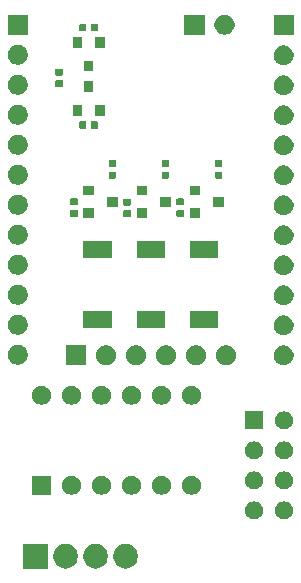
<source format=gbr>
G04 #@! TF.GenerationSoftware,KiCad,Pcbnew,(5.1.5)-3*
G04 #@! TF.CreationDate,2020-06-15T12:52:53-05:00*
G04 #@! TF.ProjectId,LightDriverShieldVer1,4c696768-7444-4726-9976-657253686965,rev?*
G04 #@! TF.SameCoordinates,Original*
G04 #@! TF.FileFunction,Soldermask,Top*
G04 #@! TF.FilePolarity,Negative*
%FSLAX46Y46*%
G04 Gerber Fmt 4.6, Leading zero omitted, Abs format (unit mm)*
G04 Created by KiCad (PCBNEW (5.1.5)-3) date 2020-06-15 12:52:53*
%MOMM*%
%LPD*%
G04 APERTURE LIST*
%ADD10C,0.100000*%
G04 APERTURE END LIST*
D10*
G36*
X104168687Y-135955027D02*
G01*
X104346274Y-135990350D01*
X104537362Y-136069502D01*
X104709336Y-136184411D01*
X104855589Y-136330664D01*
X104970498Y-136502638D01*
X105049650Y-136693726D01*
X105090000Y-136896584D01*
X105090000Y-137103416D01*
X105049650Y-137306274D01*
X104970498Y-137497362D01*
X104855589Y-137669336D01*
X104709336Y-137815589D01*
X104537362Y-137930498D01*
X104346274Y-138009650D01*
X104168687Y-138044973D01*
X104143417Y-138050000D01*
X103936583Y-138050000D01*
X103911313Y-138044973D01*
X103733726Y-138009650D01*
X103542638Y-137930498D01*
X103370664Y-137815589D01*
X103224411Y-137669336D01*
X103109502Y-137497362D01*
X103030350Y-137306274D01*
X102990000Y-137103416D01*
X102990000Y-136896584D01*
X103030350Y-136693726D01*
X103109502Y-136502638D01*
X103224411Y-136330664D01*
X103370664Y-136184411D01*
X103542638Y-136069502D01*
X103733726Y-135990350D01*
X103911313Y-135955027D01*
X103936583Y-135950000D01*
X104143417Y-135950000D01*
X104168687Y-135955027D01*
G37*
G36*
X106708687Y-135955027D02*
G01*
X106886274Y-135990350D01*
X107077362Y-136069502D01*
X107249336Y-136184411D01*
X107395589Y-136330664D01*
X107510498Y-136502638D01*
X107589650Y-136693726D01*
X107630000Y-136896584D01*
X107630000Y-137103416D01*
X107589650Y-137306274D01*
X107510498Y-137497362D01*
X107395589Y-137669336D01*
X107249336Y-137815589D01*
X107077362Y-137930498D01*
X106886274Y-138009650D01*
X106708687Y-138044973D01*
X106683417Y-138050000D01*
X106476583Y-138050000D01*
X106451313Y-138044973D01*
X106273726Y-138009650D01*
X106082638Y-137930498D01*
X105910664Y-137815589D01*
X105764411Y-137669336D01*
X105649502Y-137497362D01*
X105570350Y-137306274D01*
X105530000Y-137103416D01*
X105530000Y-136896584D01*
X105570350Y-136693726D01*
X105649502Y-136502638D01*
X105764411Y-136330664D01*
X105910664Y-136184411D01*
X106082638Y-136069502D01*
X106273726Y-135990350D01*
X106451313Y-135955027D01*
X106476583Y-135950000D01*
X106683417Y-135950000D01*
X106708687Y-135955027D01*
G37*
G36*
X109248687Y-135955027D02*
G01*
X109426274Y-135990350D01*
X109617362Y-136069502D01*
X109789336Y-136184411D01*
X109935589Y-136330664D01*
X110050498Y-136502638D01*
X110129650Y-136693726D01*
X110170000Y-136896584D01*
X110170000Y-137103416D01*
X110129650Y-137306274D01*
X110050498Y-137497362D01*
X109935589Y-137669336D01*
X109789336Y-137815589D01*
X109617362Y-137930498D01*
X109426274Y-138009650D01*
X109248687Y-138044973D01*
X109223417Y-138050000D01*
X109016583Y-138050000D01*
X108991313Y-138044973D01*
X108813726Y-138009650D01*
X108622638Y-137930498D01*
X108450664Y-137815589D01*
X108304411Y-137669336D01*
X108189502Y-137497362D01*
X108110350Y-137306274D01*
X108070000Y-137103416D01*
X108070000Y-136896584D01*
X108110350Y-136693726D01*
X108189502Y-136502638D01*
X108304411Y-136330664D01*
X108450664Y-136184411D01*
X108622638Y-136069502D01*
X108813726Y-135990350D01*
X108991313Y-135955027D01*
X109016583Y-135950000D01*
X109223417Y-135950000D01*
X109248687Y-135955027D01*
G37*
G36*
X102550000Y-138050000D02*
G01*
X100450000Y-138050000D01*
X100450000Y-135950000D01*
X102550000Y-135950000D01*
X102550000Y-138050000D01*
G37*
G36*
X120173195Y-132377522D02*
G01*
X120222267Y-132387283D01*
X120360942Y-132444724D01*
X120485747Y-132528116D01*
X120591884Y-132634253D01*
X120675276Y-132759058D01*
X120732717Y-132897733D01*
X120762000Y-133044950D01*
X120762000Y-133195050D01*
X120732717Y-133342267D01*
X120675276Y-133480942D01*
X120591884Y-133605747D01*
X120485747Y-133711884D01*
X120360942Y-133795276D01*
X120222267Y-133852717D01*
X120173195Y-133862478D01*
X120075052Y-133882000D01*
X119924948Y-133882000D01*
X119826805Y-133862478D01*
X119777733Y-133852717D01*
X119639058Y-133795276D01*
X119514253Y-133711884D01*
X119408116Y-133605747D01*
X119324724Y-133480942D01*
X119267283Y-133342267D01*
X119238000Y-133195050D01*
X119238000Y-133044950D01*
X119267283Y-132897733D01*
X119324724Y-132759058D01*
X119408116Y-132634253D01*
X119514253Y-132528116D01*
X119639058Y-132444724D01*
X119777733Y-132387283D01*
X119826805Y-132377522D01*
X119924948Y-132358000D01*
X120075052Y-132358000D01*
X120173195Y-132377522D01*
G37*
G36*
X122713195Y-132377522D02*
G01*
X122762267Y-132387283D01*
X122900942Y-132444724D01*
X123025747Y-132528116D01*
X123131884Y-132634253D01*
X123215276Y-132759058D01*
X123272717Y-132897733D01*
X123302000Y-133044950D01*
X123302000Y-133195050D01*
X123272717Y-133342267D01*
X123215276Y-133480942D01*
X123131884Y-133605747D01*
X123025747Y-133711884D01*
X122900942Y-133795276D01*
X122762267Y-133852717D01*
X122713195Y-133862478D01*
X122615052Y-133882000D01*
X122464948Y-133882000D01*
X122366805Y-133862478D01*
X122317733Y-133852717D01*
X122179058Y-133795276D01*
X122054253Y-133711884D01*
X121948116Y-133605747D01*
X121864724Y-133480942D01*
X121807283Y-133342267D01*
X121778000Y-133195050D01*
X121778000Y-133044950D01*
X121807283Y-132897733D01*
X121864724Y-132759058D01*
X121948116Y-132634253D01*
X122054253Y-132528116D01*
X122179058Y-132444724D01*
X122317733Y-132387283D01*
X122366805Y-132377522D01*
X122464948Y-132358000D01*
X122615052Y-132358000D01*
X122713195Y-132377522D01*
G37*
G36*
X104773351Y-130230743D02*
G01*
X104918941Y-130291048D01*
X105049970Y-130378599D01*
X105161401Y-130490030D01*
X105248952Y-130621059D01*
X105309257Y-130766649D01*
X105340000Y-130921206D01*
X105340000Y-131078794D01*
X105309257Y-131233351D01*
X105248952Y-131378941D01*
X105161401Y-131509970D01*
X105049970Y-131621401D01*
X104918941Y-131708952D01*
X104773351Y-131769257D01*
X104618794Y-131800000D01*
X104461206Y-131800000D01*
X104306649Y-131769257D01*
X104161059Y-131708952D01*
X104030030Y-131621401D01*
X103918599Y-131509970D01*
X103831048Y-131378941D01*
X103770743Y-131233351D01*
X103740000Y-131078794D01*
X103740000Y-130921206D01*
X103770743Y-130766649D01*
X103831048Y-130621059D01*
X103918599Y-130490030D01*
X104030030Y-130378599D01*
X104161059Y-130291048D01*
X104306649Y-130230743D01*
X104461206Y-130200000D01*
X104618794Y-130200000D01*
X104773351Y-130230743D01*
G37*
G36*
X114933351Y-130230743D02*
G01*
X115078941Y-130291048D01*
X115209970Y-130378599D01*
X115321401Y-130490030D01*
X115408952Y-130621059D01*
X115469257Y-130766649D01*
X115500000Y-130921206D01*
X115500000Y-131078794D01*
X115469257Y-131233351D01*
X115408952Y-131378941D01*
X115321401Y-131509970D01*
X115209970Y-131621401D01*
X115078941Y-131708952D01*
X114933351Y-131769257D01*
X114778794Y-131800000D01*
X114621206Y-131800000D01*
X114466649Y-131769257D01*
X114321059Y-131708952D01*
X114190030Y-131621401D01*
X114078599Y-131509970D01*
X113991048Y-131378941D01*
X113930743Y-131233351D01*
X113900000Y-131078794D01*
X113900000Y-130921206D01*
X113930743Y-130766649D01*
X113991048Y-130621059D01*
X114078599Y-130490030D01*
X114190030Y-130378599D01*
X114321059Y-130291048D01*
X114466649Y-130230743D01*
X114621206Y-130200000D01*
X114778794Y-130200000D01*
X114933351Y-130230743D01*
G37*
G36*
X112393351Y-130230743D02*
G01*
X112538941Y-130291048D01*
X112669970Y-130378599D01*
X112781401Y-130490030D01*
X112868952Y-130621059D01*
X112929257Y-130766649D01*
X112960000Y-130921206D01*
X112960000Y-131078794D01*
X112929257Y-131233351D01*
X112868952Y-131378941D01*
X112781401Y-131509970D01*
X112669970Y-131621401D01*
X112538941Y-131708952D01*
X112393351Y-131769257D01*
X112238794Y-131800000D01*
X112081206Y-131800000D01*
X111926649Y-131769257D01*
X111781059Y-131708952D01*
X111650030Y-131621401D01*
X111538599Y-131509970D01*
X111451048Y-131378941D01*
X111390743Y-131233351D01*
X111360000Y-131078794D01*
X111360000Y-130921206D01*
X111390743Y-130766649D01*
X111451048Y-130621059D01*
X111538599Y-130490030D01*
X111650030Y-130378599D01*
X111781059Y-130291048D01*
X111926649Y-130230743D01*
X112081206Y-130200000D01*
X112238794Y-130200000D01*
X112393351Y-130230743D01*
G37*
G36*
X109853351Y-130230743D02*
G01*
X109998941Y-130291048D01*
X110129970Y-130378599D01*
X110241401Y-130490030D01*
X110328952Y-130621059D01*
X110389257Y-130766649D01*
X110420000Y-130921206D01*
X110420000Y-131078794D01*
X110389257Y-131233351D01*
X110328952Y-131378941D01*
X110241401Y-131509970D01*
X110129970Y-131621401D01*
X109998941Y-131708952D01*
X109853351Y-131769257D01*
X109698794Y-131800000D01*
X109541206Y-131800000D01*
X109386649Y-131769257D01*
X109241059Y-131708952D01*
X109110030Y-131621401D01*
X108998599Y-131509970D01*
X108911048Y-131378941D01*
X108850743Y-131233351D01*
X108820000Y-131078794D01*
X108820000Y-130921206D01*
X108850743Y-130766649D01*
X108911048Y-130621059D01*
X108998599Y-130490030D01*
X109110030Y-130378599D01*
X109241059Y-130291048D01*
X109386649Y-130230743D01*
X109541206Y-130200000D01*
X109698794Y-130200000D01*
X109853351Y-130230743D01*
G37*
G36*
X107313351Y-130230743D02*
G01*
X107458941Y-130291048D01*
X107589970Y-130378599D01*
X107701401Y-130490030D01*
X107788952Y-130621059D01*
X107849257Y-130766649D01*
X107880000Y-130921206D01*
X107880000Y-131078794D01*
X107849257Y-131233351D01*
X107788952Y-131378941D01*
X107701401Y-131509970D01*
X107589970Y-131621401D01*
X107458941Y-131708952D01*
X107313351Y-131769257D01*
X107158794Y-131800000D01*
X107001206Y-131800000D01*
X106846649Y-131769257D01*
X106701059Y-131708952D01*
X106570030Y-131621401D01*
X106458599Y-131509970D01*
X106371048Y-131378941D01*
X106310743Y-131233351D01*
X106280000Y-131078794D01*
X106280000Y-130921206D01*
X106310743Y-130766649D01*
X106371048Y-130621059D01*
X106458599Y-130490030D01*
X106570030Y-130378599D01*
X106701059Y-130291048D01*
X106846649Y-130230743D01*
X107001206Y-130200000D01*
X107158794Y-130200000D01*
X107313351Y-130230743D01*
G37*
G36*
X102800000Y-131800000D02*
G01*
X101200000Y-131800000D01*
X101200000Y-130200000D01*
X102800000Y-130200000D01*
X102800000Y-131800000D01*
G37*
G36*
X120173195Y-129837522D02*
G01*
X120222267Y-129847283D01*
X120360942Y-129904724D01*
X120485747Y-129988116D01*
X120591884Y-130094253D01*
X120675276Y-130219058D01*
X120732717Y-130357733D01*
X120732717Y-130357734D01*
X120759033Y-130490030D01*
X120762000Y-130504950D01*
X120762000Y-130655050D01*
X120732717Y-130802267D01*
X120675276Y-130940942D01*
X120591884Y-131065747D01*
X120485747Y-131171884D01*
X120360942Y-131255276D01*
X120222267Y-131312717D01*
X120173195Y-131322478D01*
X120075052Y-131342000D01*
X119924948Y-131342000D01*
X119826805Y-131322478D01*
X119777733Y-131312717D01*
X119639058Y-131255276D01*
X119514253Y-131171884D01*
X119408116Y-131065747D01*
X119324724Y-130940942D01*
X119267283Y-130802267D01*
X119238000Y-130655050D01*
X119238000Y-130504950D01*
X119240968Y-130490030D01*
X119267283Y-130357734D01*
X119267283Y-130357733D01*
X119324724Y-130219058D01*
X119408116Y-130094253D01*
X119514253Y-129988116D01*
X119639058Y-129904724D01*
X119777733Y-129847283D01*
X119826805Y-129837522D01*
X119924948Y-129818000D01*
X120075052Y-129818000D01*
X120173195Y-129837522D01*
G37*
G36*
X122713195Y-129837522D02*
G01*
X122762267Y-129847283D01*
X122900942Y-129904724D01*
X123025747Y-129988116D01*
X123131884Y-130094253D01*
X123215276Y-130219058D01*
X123272717Y-130357733D01*
X123272717Y-130357734D01*
X123299033Y-130490030D01*
X123302000Y-130504950D01*
X123302000Y-130655050D01*
X123272717Y-130802267D01*
X123215276Y-130940942D01*
X123131884Y-131065747D01*
X123025747Y-131171884D01*
X122900942Y-131255276D01*
X122762267Y-131312717D01*
X122713195Y-131322478D01*
X122615052Y-131342000D01*
X122464948Y-131342000D01*
X122366805Y-131322478D01*
X122317733Y-131312717D01*
X122179058Y-131255276D01*
X122054253Y-131171884D01*
X121948116Y-131065747D01*
X121864724Y-130940942D01*
X121807283Y-130802267D01*
X121778000Y-130655050D01*
X121778000Y-130504950D01*
X121780968Y-130490030D01*
X121807283Y-130357734D01*
X121807283Y-130357733D01*
X121864724Y-130219058D01*
X121948116Y-130094253D01*
X122054253Y-129988116D01*
X122179058Y-129904724D01*
X122317733Y-129847283D01*
X122366805Y-129837522D01*
X122464948Y-129818000D01*
X122615052Y-129818000D01*
X122713195Y-129837522D01*
G37*
G36*
X122713195Y-127297522D02*
G01*
X122762267Y-127307283D01*
X122900942Y-127364724D01*
X123025747Y-127448116D01*
X123131884Y-127554253D01*
X123215276Y-127679058D01*
X123272717Y-127817733D01*
X123302000Y-127964950D01*
X123302000Y-128115050D01*
X123272717Y-128262267D01*
X123215276Y-128400942D01*
X123131884Y-128525747D01*
X123025747Y-128631884D01*
X122900942Y-128715276D01*
X122762267Y-128772717D01*
X122713195Y-128782478D01*
X122615052Y-128802000D01*
X122464948Y-128802000D01*
X122366805Y-128782478D01*
X122317733Y-128772717D01*
X122179058Y-128715276D01*
X122054253Y-128631884D01*
X121948116Y-128525747D01*
X121864724Y-128400942D01*
X121807283Y-128262267D01*
X121778000Y-128115050D01*
X121778000Y-127964950D01*
X121807283Y-127817733D01*
X121864724Y-127679058D01*
X121948116Y-127554253D01*
X122054253Y-127448116D01*
X122179058Y-127364724D01*
X122317733Y-127307283D01*
X122366805Y-127297522D01*
X122464948Y-127278000D01*
X122615052Y-127278000D01*
X122713195Y-127297522D01*
G37*
G36*
X120173195Y-127297522D02*
G01*
X120222267Y-127307283D01*
X120360942Y-127364724D01*
X120485747Y-127448116D01*
X120591884Y-127554253D01*
X120675276Y-127679058D01*
X120732717Y-127817733D01*
X120762000Y-127964950D01*
X120762000Y-128115050D01*
X120732717Y-128262267D01*
X120675276Y-128400942D01*
X120591884Y-128525747D01*
X120485747Y-128631884D01*
X120360942Y-128715276D01*
X120222267Y-128772717D01*
X120173195Y-128782478D01*
X120075052Y-128802000D01*
X119924948Y-128802000D01*
X119826805Y-128782478D01*
X119777733Y-128772717D01*
X119639058Y-128715276D01*
X119514253Y-128631884D01*
X119408116Y-128525747D01*
X119324724Y-128400942D01*
X119267283Y-128262267D01*
X119238000Y-128115050D01*
X119238000Y-127964950D01*
X119267283Y-127817733D01*
X119324724Y-127679058D01*
X119408116Y-127554253D01*
X119514253Y-127448116D01*
X119639058Y-127364724D01*
X119777733Y-127307283D01*
X119826805Y-127297522D01*
X119924948Y-127278000D01*
X120075052Y-127278000D01*
X120173195Y-127297522D01*
G37*
G36*
X122713195Y-124757522D02*
G01*
X122762267Y-124767283D01*
X122900942Y-124824724D01*
X123025747Y-124908116D01*
X123131884Y-125014253D01*
X123215276Y-125139058D01*
X123272717Y-125277733D01*
X123302000Y-125424950D01*
X123302000Y-125575050D01*
X123272717Y-125722267D01*
X123215276Y-125860942D01*
X123131884Y-125985747D01*
X123025747Y-126091884D01*
X122900942Y-126175276D01*
X122762267Y-126232717D01*
X122713195Y-126242478D01*
X122615052Y-126262000D01*
X122464948Y-126262000D01*
X122366805Y-126242478D01*
X122317733Y-126232717D01*
X122179058Y-126175276D01*
X122054253Y-126091884D01*
X121948116Y-125985747D01*
X121864724Y-125860942D01*
X121807283Y-125722267D01*
X121778000Y-125575050D01*
X121778000Y-125424950D01*
X121807283Y-125277733D01*
X121864724Y-125139058D01*
X121948116Y-125014253D01*
X122054253Y-124908116D01*
X122179058Y-124824724D01*
X122317733Y-124767283D01*
X122366805Y-124757522D01*
X122464948Y-124738000D01*
X122615052Y-124738000D01*
X122713195Y-124757522D01*
G37*
G36*
X120762000Y-126262000D02*
G01*
X119238000Y-126262000D01*
X119238000Y-124738000D01*
X120762000Y-124738000D01*
X120762000Y-126262000D01*
G37*
G36*
X107313351Y-122610743D02*
G01*
X107458941Y-122671048D01*
X107589970Y-122758599D01*
X107701401Y-122870030D01*
X107788952Y-123001059D01*
X107849257Y-123146649D01*
X107880000Y-123301206D01*
X107880000Y-123458794D01*
X107849257Y-123613351D01*
X107788952Y-123758941D01*
X107701401Y-123889970D01*
X107589970Y-124001401D01*
X107458941Y-124088952D01*
X107313351Y-124149257D01*
X107158794Y-124180000D01*
X107001206Y-124180000D01*
X106846649Y-124149257D01*
X106701059Y-124088952D01*
X106570030Y-124001401D01*
X106458599Y-123889970D01*
X106371048Y-123758941D01*
X106310743Y-123613351D01*
X106280000Y-123458794D01*
X106280000Y-123301206D01*
X106310743Y-123146649D01*
X106371048Y-123001059D01*
X106458599Y-122870030D01*
X106570030Y-122758599D01*
X106701059Y-122671048D01*
X106846649Y-122610743D01*
X107001206Y-122580000D01*
X107158794Y-122580000D01*
X107313351Y-122610743D01*
G37*
G36*
X114933351Y-122610743D02*
G01*
X115078941Y-122671048D01*
X115209970Y-122758599D01*
X115321401Y-122870030D01*
X115408952Y-123001059D01*
X115469257Y-123146649D01*
X115500000Y-123301206D01*
X115500000Y-123458794D01*
X115469257Y-123613351D01*
X115408952Y-123758941D01*
X115321401Y-123889970D01*
X115209970Y-124001401D01*
X115078941Y-124088952D01*
X114933351Y-124149257D01*
X114778794Y-124180000D01*
X114621206Y-124180000D01*
X114466649Y-124149257D01*
X114321059Y-124088952D01*
X114190030Y-124001401D01*
X114078599Y-123889970D01*
X113991048Y-123758941D01*
X113930743Y-123613351D01*
X113900000Y-123458794D01*
X113900000Y-123301206D01*
X113930743Y-123146649D01*
X113991048Y-123001059D01*
X114078599Y-122870030D01*
X114190030Y-122758599D01*
X114321059Y-122671048D01*
X114466649Y-122610743D01*
X114621206Y-122580000D01*
X114778794Y-122580000D01*
X114933351Y-122610743D01*
G37*
G36*
X112393351Y-122610743D02*
G01*
X112538941Y-122671048D01*
X112669970Y-122758599D01*
X112781401Y-122870030D01*
X112868952Y-123001059D01*
X112929257Y-123146649D01*
X112960000Y-123301206D01*
X112960000Y-123458794D01*
X112929257Y-123613351D01*
X112868952Y-123758941D01*
X112781401Y-123889970D01*
X112669970Y-124001401D01*
X112538941Y-124088952D01*
X112393351Y-124149257D01*
X112238794Y-124180000D01*
X112081206Y-124180000D01*
X111926649Y-124149257D01*
X111781059Y-124088952D01*
X111650030Y-124001401D01*
X111538599Y-123889970D01*
X111451048Y-123758941D01*
X111390743Y-123613351D01*
X111360000Y-123458794D01*
X111360000Y-123301206D01*
X111390743Y-123146649D01*
X111451048Y-123001059D01*
X111538599Y-122870030D01*
X111650030Y-122758599D01*
X111781059Y-122671048D01*
X111926649Y-122610743D01*
X112081206Y-122580000D01*
X112238794Y-122580000D01*
X112393351Y-122610743D01*
G37*
G36*
X109853351Y-122610743D02*
G01*
X109998941Y-122671048D01*
X110129970Y-122758599D01*
X110241401Y-122870030D01*
X110328952Y-123001059D01*
X110389257Y-123146649D01*
X110420000Y-123301206D01*
X110420000Y-123458794D01*
X110389257Y-123613351D01*
X110328952Y-123758941D01*
X110241401Y-123889970D01*
X110129970Y-124001401D01*
X109998941Y-124088952D01*
X109853351Y-124149257D01*
X109698794Y-124180000D01*
X109541206Y-124180000D01*
X109386649Y-124149257D01*
X109241059Y-124088952D01*
X109110030Y-124001401D01*
X108998599Y-123889970D01*
X108911048Y-123758941D01*
X108850743Y-123613351D01*
X108820000Y-123458794D01*
X108820000Y-123301206D01*
X108850743Y-123146649D01*
X108911048Y-123001059D01*
X108998599Y-122870030D01*
X109110030Y-122758599D01*
X109241059Y-122671048D01*
X109386649Y-122610743D01*
X109541206Y-122580000D01*
X109698794Y-122580000D01*
X109853351Y-122610743D01*
G37*
G36*
X102233351Y-122610743D02*
G01*
X102378941Y-122671048D01*
X102509970Y-122758599D01*
X102621401Y-122870030D01*
X102708952Y-123001059D01*
X102769257Y-123146649D01*
X102800000Y-123301206D01*
X102800000Y-123458794D01*
X102769257Y-123613351D01*
X102708952Y-123758941D01*
X102621401Y-123889970D01*
X102509970Y-124001401D01*
X102378941Y-124088952D01*
X102233351Y-124149257D01*
X102078794Y-124180000D01*
X101921206Y-124180000D01*
X101766649Y-124149257D01*
X101621059Y-124088952D01*
X101490030Y-124001401D01*
X101378599Y-123889970D01*
X101291048Y-123758941D01*
X101230743Y-123613351D01*
X101200000Y-123458794D01*
X101200000Y-123301206D01*
X101230743Y-123146649D01*
X101291048Y-123001059D01*
X101378599Y-122870030D01*
X101490030Y-122758599D01*
X101621059Y-122671048D01*
X101766649Y-122610743D01*
X101921206Y-122580000D01*
X102078794Y-122580000D01*
X102233351Y-122610743D01*
G37*
G36*
X104773351Y-122610743D02*
G01*
X104918941Y-122671048D01*
X105049970Y-122758599D01*
X105161401Y-122870030D01*
X105248952Y-123001059D01*
X105309257Y-123146649D01*
X105340000Y-123301206D01*
X105340000Y-123458794D01*
X105309257Y-123613351D01*
X105248952Y-123758941D01*
X105161401Y-123889970D01*
X105049970Y-124001401D01*
X104918941Y-124088952D01*
X104773351Y-124149257D01*
X104618794Y-124180000D01*
X104461206Y-124180000D01*
X104306649Y-124149257D01*
X104161059Y-124088952D01*
X104030030Y-124001401D01*
X103918599Y-123889970D01*
X103831048Y-123758941D01*
X103770743Y-123613351D01*
X103740000Y-123458794D01*
X103740000Y-123301206D01*
X103770743Y-123146649D01*
X103831048Y-123001059D01*
X103918599Y-122870030D01*
X104030030Y-122758599D01*
X104161059Y-122671048D01*
X104306649Y-122610743D01*
X104461206Y-122580000D01*
X104618794Y-122580000D01*
X104773351Y-122610743D01*
G37*
G36*
X117867935Y-119182664D02*
G01*
X118022624Y-119246739D01*
X118022626Y-119246740D01*
X118161844Y-119339762D01*
X118280238Y-119458156D01*
X118373260Y-119597374D01*
X118373261Y-119597376D01*
X118437336Y-119752065D01*
X118470000Y-119916281D01*
X118470000Y-120083719D01*
X118437336Y-120247935D01*
X118398114Y-120342624D01*
X118373260Y-120402626D01*
X118280238Y-120541844D01*
X118161844Y-120660238D01*
X118022626Y-120753260D01*
X118022625Y-120753261D01*
X118022624Y-120753261D01*
X117867935Y-120817336D01*
X117703719Y-120850000D01*
X117536281Y-120850000D01*
X117372065Y-120817336D01*
X117217376Y-120753261D01*
X117217375Y-120753261D01*
X117217374Y-120753260D01*
X117078156Y-120660238D01*
X116959762Y-120541844D01*
X116866740Y-120402626D01*
X116841886Y-120342624D01*
X116802664Y-120247935D01*
X116770000Y-120083719D01*
X116770000Y-119916281D01*
X116802664Y-119752065D01*
X116866739Y-119597376D01*
X116866740Y-119597374D01*
X116959762Y-119458156D01*
X117078156Y-119339762D01*
X117217374Y-119246740D01*
X117217376Y-119246739D01*
X117372065Y-119182664D01*
X117536281Y-119150000D01*
X117703719Y-119150000D01*
X117867935Y-119182664D01*
G37*
G36*
X110247935Y-119182664D02*
G01*
X110402624Y-119246739D01*
X110402626Y-119246740D01*
X110541844Y-119339762D01*
X110660238Y-119458156D01*
X110753260Y-119597374D01*
X110753261Y-119597376D01*
X110817336Y-119752065D01*
X110850000Y-119916281D01*
X110850000Y-120083719D01*
X110817336Y-120247935D01*
X110778114Y-120342624D01*
X110753260Y-120402626D01*
X110660238Y-120541844D01*
X110541844Y-120660238D01*
X110402626Y-120753260D01*
X110402625Y-120753261D01*
X110402624Y-120753261D01*
X110247935Y-120817336D01*
X110083719Y-120850000D01*
X109916281Y-120850000D01*
X109752065Y-120817336D01*
X109597376Y-120753261D01*
X109597375Y-120753261D01*
X109597374Y-120753260D01*
X109458156Y-120660238D01*
X109339762Y-120541844D01*
X109246740Y-120402626D01*
X109221886Y-120342624D01*
X109182664Y-120247935D01*
X109150000Y-120083719D01*
X109150000Y-119916281D01*
X109182664Y-119752065D01*
X109246739Y-119597376D01*
X109246740Y-119597374D01*
X109339762Y-119458156D01*
X109458156Y-119339762D01*
X109597374Y-119246740D01*
X109597376Y-119246739D01*
X109752065Y-119182664D01*
X109916281Y-119150000D01*
X110083719Y-119150000D01*
X110247935Y-119182664D01*
G37*
G36*
X122747935Y-119182664D02*
G01*
X122902624Y-119246739D01*
X122902626Y-119246740D01*
X123041844Y-119339762D01*
X123160238Y-119458156D01*
X123253260Y-119597374D01*
X123253261Y-119597376D01*
X123317336Y-119752065D01*
X123350000Y-119916281D01*
X123350000Y-120083719D01*
X123317336Y-120247935D01*
X123278114Y-120342624D01*
X123253260Y-120402626D01*
X123160238Y-120541844D01*
X123041844Y-120660238D01*
X122902626Y-120753260D01*
X122902625Y-120753261D01*
X122902624Y-120753261D01*
X122747935Y-120817336D01*
X122583719Y-120850000D01*
X122416281Y-120850000D01*
X122252065Y-120817336D01*
X122097376Y-120753261D01*
X122097375Y-120753261D01*
X122097374Y-120753260D01*
X121958156Y-120660238D01*
X121839762Y-120541844D01*
X121746740Y-120402626D01*
X121721886Y-120342624D01*
X121682664Y-120247935D01*
X121650000Y-120083719D01*
X121650000Y-119916281D01*
X121682664Y-119752065D01*
X121746739Y-119597376D01*
X121746740Y-119597374D01*
X121839762Y-119458156D01*
X121958156Y-119339762D01*
X122097374Y-119246740D01*
X122097376Y-119246739D01*
X122252065Y-119182664D01*
X122416281Y-119150000D01*
X122583719Y-119150000D01*
X122747935Y-119182664D01*
G37*
G36*
X107707935Y-119182664D02*
G01*
X107862624Y-119246739D01*
X107862626Y-119246740D01*
X108001844Y-119339762D01*
X108120238Y-119458156D01*
X108213260Y-119597374D01*
X108213261Y-119597376D01*
X108277336Y-119752065D01*
X108310000Y-119916281D01*
X108310000Y-120083719D01*
X108277336Y-120247935D01*
X108238114Y-120342624D01*
X108213260Y-120402626D01*
X108120238Y-120541844D01*
X108001844Y-120660238D01*
X107862626Y-120753260D01*
X107862625Y-120753261D01*
X107862624Y-120753261D01*
X107707935Y-120817336D01*
X107543719Y-120850000D01*
X107376281Y-120850000D01*
X107212065Y-120817336D01*
X107057376Y-120753261D01*
X107057375Y-120753261D01*
X107057374Y-120753260D01*
X106918156Y-120660238D01*
X106799762Y-120541844D01*
X106706740Y-120402626D01*
X106681886Y-120342624D01*
X106642664Y-120247935D01*
X106610000Y-120083719D01*
X106610000Y-119916281D01*
X106642664Y-119752065D01*
X106706739Y-119597376D01*
X106706740Y-119597374D01*
X106799762Y-119458156D01*
X106918156Y-119339762D01*
X107057374Y-119246740D01*
X107057376Y-119246739D01*
X107212065Y-119182664D01*
X107376281Y-119150000D01*
X107543719Y-119150000D01*
X107707935Y-119182664D01*
G37*
G36*
X115327935Y-119182664D02*
G01*
X115482624Y-119246739D01*
X115482626Y-119246740D01*
X115621844Y-119339762D01*
X115740238Y-119458156D01*
X115833260Y-119597374D01*
X115833261Y-119597376D01*
X115897336Y-119752065D01*
X115930000Y-119916281D01*
X115930000Y-120083719D01*
X115897336Y-120247935D01*
X115858114Y-120342624D01*
X115833260Y-120402626D01*
X115740238Y-120541844D01*
X115621844Y-120660238D01*
X115482626Y-120753260D01*
X115482625Y-120753261D01*
X115482624Y-120753261D01*
X115327935Y-120817336D01*
X115163719Y-120850000D01*
X114996281Y-120850000D01*
X114832065Y-120817336D01*
X114677376Y-120753261D01*
X114677375Y-120753261D01*
X114677374Y-120753260D01*
X114538156Y-120660238D01*
X114419762Y-120541844D01*
X114326740Y-120402626D01*
X114301886Y-120342624D01*
X114262664Y-120247935D01*
X114230000Y-120083719D01*
X114230000Y-119916281D01*
X114262664Y-119752065D01*
X114326739Y-119597376D01*
X114326740Y-119597374D01*
X114419762Y-119458156D01*
X114538156Y-119339762D01*
X114677374Y-119246740D01*
X114677376Y-119246739D01*
X114832065Y-119182664D01*
X114996281Y-119150000D01*
X115163719Y-119150000D01*
X115327935Y-119182664D01*
G37*
G36*
X105770000Y-120850000D02*
G01*
X104070000Y-120850000D01*
X104070000Y-119150000D01*
X105770000Y-119150000D01*
X105770000Y-120850000D01*
G37*
G36*
X112787935Y-119182664D02*
G01*
X112942624Y-119246739D01*
X112942626Y-119246740D01*
X113081844Y-119339762D01*
X113200238Y-119458156D01*
X113293260Y-119597374D01*
X113293261Y-119597376D01*
X113357336Y-119752065D01*
X113390000Y-119916281D01*
X113390000Y-120083719D01*
X113357336Y-120247935D01*
X113318114Y-120342624D01*
X113293260Y-120402626D01*
X113200238Y-120541844D01*
X113081844Y-120660238D01*
X112942626Y-120753260D01*
X112942625Y-120753261D01*
X112942624Y-120753261D01*
X112787935Y-120817336D01*
X112623719Y-120850000D01*
X112456281Y-120850000D01*
X112292065Y-120817336D01*
X112137376Y-120753261D01*
X112137375Y-120753261D01*
X112137374Y-120753260D01*
X111998156Y-120660238D01*
X111879762Y-120541844D01*
X111786740Y-120402626D01*
X111761886Y-120342624D01*
X111722664Y-120247935D01*
X111690000Y-120083719D01*
X111690000Y-119916281D01*
X111722664Y-119752065D01*
X111786739Y-119597376D01*
X111786740Y-119597374D01*
X111879762Y-119458156D01*
X111998156Y-119339762D01*
X112137374Y-119246740D01*
X112137376Y-119246739D01*
X112292065Y-119182664D01*
X112456281Y-119150000D01*
X112623719Y-119150000D01*
X112787935Y-119182664D01*
G37*
G36*
X100247935Y-119122664D02*
G01*
X100402624Y-119186739D01*
X100402626Y-119186740D01*
X100541844Y-119279762D01*
X100660238Y-119398156D01*
X100700329Y-119458157D01*
X100753261Y-119537376D01*
X100817336Y-119692065D01*
X100850000Y-119856281D01*
X100850000Y-120023719D01*
X100817336Y-120187935D01*
X100792482Y-120247936D01*
X100753260Y-120342626D01*
X100660238Y-120481844D01*
X100541844Y-120600238D01*
X100402626Y-120693260D01*
X100402625Y-120693261D01*
X100402624Y-120693261D01*
X100247935Y-120757336D01*
X100083719Y-120790000D01*
X99916281Y-120790000D01*
X99752065Y-120757336D01*
X99597376Y-120693261D01*
X99597375Y-120693261D01*
X99597374Y-120693260D01*
X99458156Y-120600238D01*
X99339762Y-120481844D01*
X99246740Y-120342626D01*
X99207518Y-120247936D01*
X99182664Y-120187935D01*
X99150000Y-120023719D01*
X99150000Y-119856281D01*
X99182664Y-119692065D01*
X99246739Y-119537376D01*
X99299671Y-119458157D01*
X99339762Y-119398156D01*
X99458156Y-119279762D01*
X99597374Y-119186740D01*
X99597376Y-119186739D01*
X99752065Y-119122664D01*
X99916281Y-119090000D01*
X100083719Y-119090000D01*
X100247935Y-119122664D01*
G37*
G36*
X122747935Y-116642664D02*
G01*
X122902624Y-116706739D01*
X122902626Y-116706740D01*
X123041844Y-116799762D01*
X123160238Y-116918156D01*
X123253260Y-117057374D01*
X123253261Y-117057376D01*
X123317336Y-117212065D01*
X123350000Y-117376281D01*
X123350000Y-117543719D01*
X123317336Y-117707935D01*
X123278114Y-117802624D01*
X123253260Y-117862626D01*
X123160238Y-118001844D01*
X123041844Y-118120238D01*
X122902626Y-118213260D01*
X122902625Y-118213261D01*
X122902624Y-118213261D01*
X122747935Y-118277336D01*
X122583719Y-118310000D01*
X122416281Y-118310000D01*
X122252065Y-118277336D01*
X122097376Y-118213261D01*
X122097375Y-118213261D01*
X122097374Y-118213260D01*
X121958156Y-118120238D01*
X121839762Y-118001844D01*
X121746740Y-117862626D01*
X121721886Y-117802624D01*
X121682664Y-117707935D01*
X121650000Y-117543719D01*
X121650000Y-117376281D01*
X121682664Y-117212065D01*
X121746739Y-117057376D01*
X121746740Y-117057374D01*
X121839762Y-116918156D01*
X121958156Y-116799762D01*
X122097374Y-116706740D01*
X122097376Y-116706739D01*
X122252065Y-116642664D01*
X122416281Y-116610000D01*
X122583719Y-116610000D01*
X122747935Y-116642664D01*
G37*
G36*
X100247935Y-116582664D02*
G01*
X100402624Y-116646739D01*
X100402626Y-116646740D01*
X100541844Y-116739762D01*
X100660238Y-116858156D01*
X100700329Y-116918157D01*
X100753261Y-116997376D01*
X100817336Y-117152065D01*
X100850000Y-117316281D01*
X100850000Y-117483719D01*
X100817336Y-117647935D01*
X100792482Y-117707936D01*
X100753260Y-117802626D01*
X100660238Y-117941844D01*
X100541844Y-118060238D01*
X100402626Y-118153260D01*
X100402625Y-118153261D01*
X100402624Y-118153261D01*
X100247935Y-118217336D01*
X100083719Y-118250000D01*
X99916281Y-118250000D01*
X99752065Y-118217336D01*
X99597376Y-118153261D01*
X99597375Y-118153261D01*
X99597374Y-118153260D01*
X99458156Y-118060238D01*
X99339762Y-117941844D01*
X99246740Y-117802626D01*
X99207518Y-117707936D01*
X99182664Y-117647935D01*
X99150000Y-117483719D01*
X99150000Y-117316281D01*
X99182664Y-117152065D01*
X99246739Y-116997376D01*
X99299671Y-116918157D01*
X99339762Y-116858156D01*
X99458156Y-116739762D01*
X99597374Y-116646740D01*
X99597376Y-116646739D01*
X99752065Y-116582664D01*
X99916281Y-116550000D01*
X100083719Y-116550000D01*
X100247935Y-116582664D01*
G37*
G36*
X116950000Y-117675000D02*
G01*
X114550000Y-117675000D01*
X114550000Y-116225000D01*
X116950000Y-116225000D01*
X116950000Y-117675000D01*
G37*
G36*
X112450000Y-117675000D02*
G01*
X110050000Y-117675000D01*
X110050000Y-116225000D01*
X112450000Y-116225000D01*
X112450000Y-117675000D01*
G37*
G36*
X107950000Y-117675000D02*
G01*
X105550000Y-117675000D01*
X105550000Y-116225000D01*
X107950000Y-116225000D01*
X107950000Y-117675000D01*
G37*
G36*
X122747935Y-114102664D02*
G01*
X122902624Y-114166739D01*
X122902626Y-114166740D01*
X123041844Y-114259762D01*
X123160238Y-114378156D01*
X123253260Y-114517374D01*
X123253261Y-114517376D01*
X123317336Y-114672065D01*
X123350000Y-114836281D01*
X123350000Y-115003719D01*
X123317336Y-115167935D01*
X123278114Y-115262624D01*
X123253260Y-115322626D01*
X123160238Y-115461844D01*
X123041844Y-115580238D01*
X122902626Y-115673260D01*
X122902625Y-115673261D01*
X122902624Y-115673261D01*
X122747935Y-115737336D01*
X122583719Y-115770000D01*
X122416281Y-115770000D01*
X122252065Y-115737336D01*
X122097376Y-115673261D01*
X122097375Y-115673261D01*
X122097374Y-115673260D01*
X121958156Y-115580238D01*
X121839762Y-115461844D01*
X121746740Y-115322626D01*
X121721886Y-115262624D01*
X121682664Y-115167935D01*
X121650000Y-115003719D01*
X121650000Y-114836281D01*
X121682664Y-114672065D01*
X121746739Y-114517376D01*
X121746740Y-114517374D01*
X121839762Y-114378156D01*
X121958156Y-114259762D01*
X122097374Y-114166740D01*
X122097376Y-114166739D01*
X122252065Y-114102664D01*
X122416281Y-114070000D01*
X122583719Y-114070000D01*
X122747935Y-114102664D01*
G37*
G36*
X100247935Y-114042664D02*
G01*
X100402624Y-114106739D01*
X100402626Y-114106740D01*
X100541844Y-114199762D01*
X100660238Y-114318156D01*
X100700329Y-114378157D01*
X100753261Y-114457376D01*
X100817336Y-114612065D01*
X100850000Y-114776281D01*
X100850000Y-114943719D01*
X100817336Y-115107935D01*
X100792482Y-115167936D01*
X100753260Y-115262626D01*
X100660238Y-115401844D01*
X100541844Y-115520238D01*
X100402626Y-115613260D01*
X100402625Y-115613261D01*
X100402624Y-115613261D01*
X100247935Y-115677336D01*
X100083719Y-115710000D01*
X99916281Y-115710000D01*
X99752065Y-115677336D01*
X99597376Y-115613261D01*
X99597375Y-115613261D01*
X99597374Y-115613260D01*
X99458156Y-115520238D01*
X99339762Y-115401844D01*
X99246740Y-115262626D01*
X99207518Y-115167936D01*
X99182664Y-115107935D01*
X99150000Y-114943719D01*
X99150000Y-114776281D01*
X99182664Y-114612065D01*
X99246739Y-114457376D01*
X99299671Y-114378157D01*
X99339762Y-114318156D01*
X99458156Y-114199762D01*
X99597374Y-114106740D01*
X99597376Y-114106739D01*
X99752065Y-114042664D01*
X99916281Y-114010000D01*
X100083719Y-114010000D01*
X100247935Y-114042664D01*
G37*
G36*
X122747935Y-111562664D02*
G01*
X122902624Y-111626739D01*
X122902626Y-111626740D01*
X123041844Y-111719762D01*
X123160238Y-111838156D01*
X123253260Y-111977374D01*
X123253261Y-111977376D01*
X123317336Y-112132065D01*
X123350000Y-112296281D01*
X123350000Y-112463719D01*
X123317336Y-112627935D01*
X123278114Y-112722624D01*
X123253260Y-112782626D01*
X123160238Y-112921844D01*
X123041844Y-113040238D01*
X122902626Y-113133260D01*
X122902625Y-113133261D01*
X122902624Y-113133261D01*
X122747935Y-113197336D01*
X122583719Y-113230000D01*
X122416281Y-113230000D01*
X122252065Y-113197336D01*
X122097376Y-113133261D01*
X122097375Y-113133261D01*
X122097374Y-113133260D01*
X121958156Y-113040238D01*
X121839762Y-112921844D01*
X121746740Y-112782626D01*
X121721886Y-112722624D01*
X121682664Y-112627935D01*
X121650000Y-112463719D01*
X121650000Y-112296281D01*
X121682664Y-112132065D01*
X121746739Y-111977376D01*
X121746740Y-111977374D01*
X121839762Y-111838156D01*
X121958156Y-111719762D01*
X122097374Y-111626740D01*
X122097376Y-111626739D01*
X122252065Y-111562664D01*
X122416281Y-111530000D01*
X122583719Y-111530000D01*
X122747935Y-111562664D01*
G37*
G36*
X100247935Y-111502664D02*
G01*
X100402624Y-111566739D01*
X100402626Y-111566740D01*
X100541844Y-111659762D01*
X100660238Y-111778156D01*
X100700329Y-111838157D01*
X100753261Y-111917376D01*
X100817336Y-112072065D01*
X100850000Y-112236281D01*
X100850000Y-112403719D01*
X100817336Y-112567935D01*
X100792482Y-112627936D01*
X100753260Y-112722626D01*
X100660238Y-112861844D01*
X100541844Y-112980238D01*
X100402626Y-113073260D01*
X100402625Y-113073261D01*
X100402624Y-113073261D01*
X100247935Y-113137336D01*
X100083719Y-113170000D01*
X99916281Y-113170000D01*
X99752065Y-113137336D01*
X99597376Y-113073261D01*
X99597375Y-113073261D01*
X99597374Y-113073260D01*
X99458156Y-112980238D01*
X99339762Y-112861844D01*
X99246740Y-112722626D01*
X99207518Y-112627936D01*
X99182664Y-112567935D01*
X99150000Y-112403719D01*
X99150000Y-112236281D01*
X99182664Y-112072065D01*
X99246739Y-111917376D01*
X99299671Y-111838157D01*
X99339762Y-111778156D01*
X99458156Y-111659762D01*
X99597374Y-111566740D01*
X99597376Y-111566739D01*
X99752065Y-111502664D01*
X99916281Y-111470000D01*
X100083719Y-111470000D01*
X100247935Y-111502664D01*
G37*
G36*
X112450000Y-111775000D02*
G01*
X110050000Y-111775000D01*
X110050000Y-110325000D01*
X112450000Y-110325000D01*
X112450000Y-111775000D01*
G37*
G36*
X116950000Y-111775000D02*
G01*
X114550000Y-111775000D01*
X114550000Y-110325000D01*
X116950000Y-110325000D01*
X116950000Y-111775000D01*
G37*
G36*
X107950000Y-111775000D02*
G01*
X105550000Y-111775000D01*
X105550000Y-110325000D01*
X107950000Y-110325000D01*
X107950000Y-111775000D01*
G37*
G36*
X122747935Y-109022664D02*
G01*
X122902624Y-109086739D01*
X122902626Y-109086740D01*
X123041844Y-109179762D01*
X123160238Y-109298156D01*
X123253260Y-109437374D01*
X123253261Y-109437376D01*
X123317336Y-109592065D01*
X123350000Y-109756281D01*
X123350000Y-109923719D01*
X123317336Y-110087935D01*
X123278114Y-110182624D01*
X123253260Y-110242626D01*
X123160238Y-110381844D01*
X123041844Y-110500238D01*
X122902626Y-110593260D01*
X122902625Y-110593261D01*
X122902624Y-110593261D01*
X122747935Y-110657336D01*
X122583719Y-110690000D01*
X122416281Y-110690000D01*
X122252065Y-110657336D01*
X122097376Y-110593261D01*
X122097375Y-110593261D01*
X122097374Y-110593260D01*
X121958156Y-110500238D01*
X121839762Y-110381844D01*
X121746740Y-110242626D01*
X121721886Y-110182624D01*
X121682664Y-110087935D01*
X121650000Y-109923719D01*
X121650000Y-109756281D01*
X121682664Y-109592065D01*
X121746739Y-109437376D01*
X121746740Y-109437374D01*
X121839762Y-109298156D01*
X121958156Y-109179762D01*
X122097374Y-109086740D01*
X122097376Y-109086739D01*
X122252065Y-109022664D01*
X122416281Y-108990000D01*
X122583719Y-108990000D01*
X122747935Y-109022664D01*
G37*
G36*
X100247935Y-108962664D02*
G01*
X100402624Y-109026739D01*
X100402626Y-109026740D01*
X100541844Y-109119762D01*
X100660238Y-109238156D01*
X100700329Y-109298157D01*
X100753261Y-109377376D01*
X100817336Y-109532065D01*
X100850000Y-109696281D01*
X100850000Y-109863719D01*
X100817336Y-110027935D01*
X100792482Y-110087936D01*
X100753260Y-110182626D01*
X100660238Y-110321844D01*
X100541844Y-110440238D01*
X100402626Y-110533260D01*
X100402625Y-110533261D01*
X100402624Y-110533261D01*
X100247935Y-110597336D01*
X100083719Y-110630000D01*
X99916281Y-110630000D01*
X99752065Y-110597336D01*
X99597376Y-110533261D01*
X99597375Y-110533261D01*
X99597374Y-110533260D01*
X99458156Y-110440238D01*
X99339762Y-110321844D01*
X99246740Y-110182626D01*
X99207518Y-110087936D01*
X99182664Y-110027935D01*
X99150000Y-109863719D01*
X99150000Y-109696281D01*
X99182664Y-109532065D01*
X99246739Y-109377376D01*
X99299671Y-109298157D01*
X99339762Y-109238156D01*
X99458156Y-109119762D01*
X99597374Y-109026740D01*
X99597376Y-109026739D01*
X99752065Y-108962664D01*
X99916281Y-108930000D01*
X100083719Y-108930000D01*
X100247935Y-108962664D01*
G37*
G36*
X115450000Y-108350000D02*
G01*
X114550000Y-108350000D01*
X114550000Y-107550000D01*
X115450000Y-107550000D01*
X115450000Y-108350000D01*
G37*
G36*
X110950000Y-108350000D02*
G01*
X110050000Y-108350000D01*
X110050000Y-107550000D01*
X110950000Y-107550000D01*
X110950000Y-108350000D01*
G37*
G36*
X106450000Y-108350000D02*
G01*
X105550000Y-108350000D01*
X105550000Y-107550000D01*
X106450000Y-107550000D01*
X106450000Y-108350000D01*
G37*
G36*
X109501463Y-107707226D02*
G01*
X109517299Y-107712030D01*
X109531886Y-107719827D01*
X109544677Y-107730323D01*
X109555173Y-107743114D01*
X109562970Y-107757701D01*
X109567774Y-107773537D01*
X109570000Y-107796140D01*
X109570000Y-108203860D01*
X109567774Y-108226463D01*
X109562970Y-108242299D01*
X109555173Y-108256886D01*
X109544677Y-108269677D01*
X109531886Y-108280173D01*
X109517299Y-108287970D01*
X109501463Y-108292774D01*
X109478860Y-108295000D01*
X109021140Y-108295000D01*
X108998537Y-108292774D01*
X108982701Y-108287970D01*
X108968114Y-108280173D01*
X108955323Y-108269677D01*
X108944827Y-108256886D01*
X108937030Y-108242299D01*
X108932226Y-108226463D01*
X108930000Y-108203860D01*
X108930000Y-107796140D01*
X108932226Y-107773537D01*
X108937030Y-107757701D01*
X108944827Y-107743114D01*
X108955323Y-107730323D01*
X108968114Y-107719827D01*
X108982701Y-107712030D01*
X108998537Y-107707226D01*
X109021140Y-107705000D01*
X109478860Y-107705000D01*
X109501463Y-107707226D01*
G37*
G36*
X105001463Y-107692226D02*
G01*
X105017299Y-107697030D01*
X105031886Y-107704827D01*
X105044677Y-107715323D01*
X105055173Y-107728114D01*
X105062970Y-107742701D01*
X105067774Y-107758537D01*
X105070000Y-107781140D01*
X105070000Y-108188860D01*
X105067774Y-108211463D01*
X105062970Y-108227299D01*
X105055173Y-108241886D01*
X105044677Y-108254677D01*
X105031886Y-108265173D01*
X105017299Y-108272970D01*
X105001463Y-108277774D01*
X104978860Y-108280000D01*
X104521140Y-108280000D01*
X104498537Y-108277774D01*
X104482701Y-108272970D01*
X104468114Y-108265173D01*
X104455323Y-108254677D01*
X104444827Y-108241886D01*
X104437030Y-108227299D01*
X104432226Y-108211463D01*
X104430000Y-108188860D01*
X104430000Y-107781140D01*
X104432226Y-107758537D01*
X104437030Y-107742701D01*
X104444827Y-107728114D01*
X104455323Y-107715323D01*
X104468114Y-107704827D01*
X104482701Y-107697030D01*
X104498537Y-107692226D01*
X104521140Y-107690000D01*
X104978860Y-107690000D01*
X105001463Y-107692226D01*
G37*
G36*
X114001463Y-107692226D02*
G01*
X114017299Y-107697030D01*
X114031886Y-107704827D01*
X114044677Y-107715323D01*
X114055173Y-107728114D01*
X114062970Y-107742701D01*
X114067774Y-107758537D01*
X114070000Y-107781140D01*
X114070000Y-108188860D01*
X114067774Y-108211463D01*
X114062970Y-108227299D01*
X114055173Y-108241886D01*
X114044677Y-108254677D01*
X114031886Y-108265173D01*
X114017299Y-108272970D01*
X114001463Y-108277774D01*
X113978860Y-108280000D01*
X113521140Y-108280000D01*
X113498537Y-108277774D01*
X113482701Y-108272970D01*
X113468114Y-108265173D01*
X113455323Y-108254677D01*
X113444827Y-108241886D01*
X113437030Y-108227299D01*
X113432226Y-108211463D01*
X113430000Y-108188860D01*
X113430000Y-107781140D01*
X113432226Y-107758537D01*
X113437030Y-107742701D01*
X113444827Y-107728114D01*
X113455323Y-107715323D01*
X113468114Y-107704827D01*
X113482701Y-107697030D01*
X113498537Y-107692226D01*
X113521140Y-107690000D01*
X113978860Y-107690000D01*
X114001463Y-107692226D01*
G37*
G36*
X122747935Y-106482664D02*
G01*
X122902624Y-106546739D01*
X122902626Y-106546740D01*
X123041844Y-106639762D01*
X123160238Y-106758156D01*
X123253260Y-106897374D01*
X123253261Y-106897376D01*
X123317336Y-107052065D01*
X123350000Y-107216281D01*
X123350000Y-107383719D01*
X123317336Y-107547935D01*
X123278114Y-107642624D01*
X123253260Y-107702626D01*
X123160238Y-107841844D01*
X123041844Y-107960238D01*
X122902626Y-108053260D01*
X122902625Y-108053261D01*
X122902624Y-108053261D01*
X122747935Y-108117336D01*
X122583719Y-108150000D01*
X122416281Y-108150000D01*
X122252065Y-108117336D01*
X122097376Y-108053261D01*
X122097375Y-108053261D01*
X122097374Y-108053260D01*
X121958156Y-107960238D01*
X121839762Y-107841844D01*
X121746740Y-107702626D01*
X121721886Y-107642624D01*
X121682664Y-107547935D01*
X121650000Y-107383719D01*
X121650000Y-107216281D01*
X121682664Y-107052065D01*
X121746739Y-106897376D01*
X121746740Y-106897374D01*
X121839762Y-106758156D01*
X121958156Y-106639762D01*
X122097374Y-106546740D01*
X122097376Y-106546739D01*
X122252065Y-106482664D01*
X122416281Y-106450000D01*
X122583719Y-106450000D01*
X122747935Y-106482664D01*
G37*
G36*
X100247935Y-106422664D02*
G01*
X100402624Y-106486739D01*
X100402626Y-106486740D01*
X100541844Y-106579762D01*
X100660238Y-106698156D01*
X100753260Y-106837374D01*
X100753261Y-106837376D01*
X100817336Y-106992065D01*
X100850000Y-107156281D01*
X100850000Y-107323719D01*
X100817336Y-107487935D01*
X100753261Y-107642624D01*
X100753260Y-107642626D01*
X100660238Y-107781844D01*
X100541844Y-107900238D01*
X100402626Y-107993260D01*
X100402625Y-107993261D01*
X100402624Y-107993261D01*
X100247935Y-108057336D01*
X100083719Y-108090000D01*
X99916281Y-108090000D01*
X99752065Y-108057336D01*
X99597376Y-107993261D01*
X99597375Y-107993261D01*
X99597374Y-107993260D01*
X99458156Y-107900238D01*
X99339762Y-107781844D01*
X99246740Y-107642626D01*
X99246739Y-107642624D01*
X99182664Y-107487935D01*
X99150000Y-107323719D01*
X99150000Y-107156281D01*
X99182664Y-106992065D01*
X99246739Y-106837376D01*
X99246740Y-106837374D01*
X99339762Y-106698156D01*
X99458156Y-106579762D01*
X99597374Y-106486740D01*
X99597376Y-106486739D01*
X99752065Y-106422664D01*
X99916281Y-106390000D01*
X100083719Y-106390000D01*
X100247935Y-106422664D01*
G37*
G36*
X112950000Y-107400000D02*
G01*
X112050000Y-107400000D01*
X112050000Y-106600000D01*
X112950000Y-106600000D01*
X112950000Y-107400000D01*
G37*
G36*
X108450000Y-107400000D02*
G01*
X107550000Y-107400000D01*
X107550000Y-106600000D01*
X108450000Y-106600000D01*
X108450000Y-107400000D01*
G37*
G36*
X117450000Y-107400000D02*
G01*
X116550000Y-107400000D01*
X116550000Y-106600000D01*
X117450000Y-106600000D01*
X117450000Y-107400000D01*
G37*
G36*
X109501463Y-106737226D02*
G01*
X109517299Y-106742030D01*
X109531886Y-106749827D01*
X109544677Y-106760323D01*
X109555173Y-106773114D01*
X109562970Y-106787701D01*
X109567774Y-106803537D01*
X109570000Y-106826140D01*
X109570000Y-107233860D01*
X109567774Y-107256463D01*
X109562970Y-107272299D01*
X109555173Y-107286886D01*
X109544677Y-107299677D01*
X109531886Y-107310173D01*
X109517299Y-107317970D01*
X109501463Y-107322774D01*
X109478860Y-107325000D01*
X109021140Y-107325000D01*
X108998537Y-107322774D01*
X108982701Y-107317970D01*
X108968114Y-107310173D01*
X108955323Y-107299677D01*
X108944827Y-107286886D01*
X108937030Y-107272299D01*
X108932226Y-107256463D01*
X108930000Y-107233860D01*
X108930000Y-106826140D01*
X108932226Y-106803537D01*
X108937030Y-106787701D01*
X108944827Y-106773114D01*
X108955323Y-106760323D01*
X108968114Y-106749827D01*
X108982701Y-106742030D01*
X108998537Y-106737226D01*
X109021140Y-106735000D01*
X109478860Y-106735000D01*
X109501463Y-106737226D01*
G37*
G36*
X105001463Y-106722226D02*
G01*
X105017299Y-106727030D01*
X105031886Y-106734827D01*
X105044677Y-106745323D01*
X105055173Y-106758114D01*
X105062970Y-106772701D01*
X105067774Y-106788537D01*
X105070000Y-106811140D01*
X105070000Y-107218860D01*
X105067774Y-107241463D01*
X105062970Y-107257299D01*
X105055173Y-107271886D01*
X105044677Y-107284677D01*
X105031886Y-107295173D01*
X105017299Y-107302970D01*
X105001463Y-107307774D01*
X104978860Y-107310000D01*
X104521140Y-107310000D01*
X104498537Y-107307774D01*
X104482701Y-107302970D01*
X104468114Y-107295173D01*
X104455323Y-107284677D01*
X104444827Y-107271886D01*
X104437030Y-107257299D01*
X104432226Y-107241463D01*
X104430000Y-107218860D01*
X104430000Y-106811140D01*
X104432226Y-106788537D01*
X104437030Y-106772701D01*
X104444827Y-106758114D01*
X104455323Y-106745323D01*
X104468114Y-106734827D01*
X104482701Y-106727030D01*
X104498537Y-106722226D01*
X104521140Y-106720000D01*
X104978860Y-106720000D01*
X105001463Y-106722226D01*
G37*
G36*
X114001463Y-106722226D02*
G01*
X114017299Y-106727030D01*
X114031886Y-106734827D01*
X114044677Y-106745323D01*
X114055173Y-106758114D01*
X114062970Y-106772701D01*
X114067774Y-106788537D01*
X114070000Y-106811140D01*
X114070000Y-107218860D01*
X114067774Y-107241463D01*
X114062970Y-107257299D01*
X114055173Y-107271886D01*
X114044677Y-107284677D01*
X114031886Y-107295173D01*
X114017299Y-107302970D01*
X114001463Y-107307774D01*
X113978860Y-107310000D01*
X113521140Y-107310000D01*
X113498537Y-107307774D01*
X113482701Y-107302970D01*
X113468114Y-107295173D01*
X113455323Y-107284677D01*
X113444827Y-107271886D01*
X113437030Y-107257299D01*
X113432226Y-107241463D01*
X113430000Y-107218860D01*
X113430000Y-106811140D01*
X113432226Y-106788537D01*
X113437030Y-106772701D01*
X113444827Y-106758114D01*
X113455323Y-106745323D01*
X113468114Y-106734827D01*
X113482701Y-106727030D01*
X113498537Y-106722226D01*
X113521140Y-106720000D01*
X113978860Y-106720000D01*
X114001463Y-106722226D01*
G37*
G36*
X110950000Y-106450000D02*
G01*
X110050000Y-106450000D01*
X110050000Y-105650000D01*
X110950000Y-105650000D01*
X110950000Y-106450000D01*
G37*
G36*
X115450000Y-106450000D02*
G01*
X114550000Y-106450000D01*
X114550000Y-105650000D01*
X115450000Y-105650000D01*
X115450000Y-106450000D01*
G37*
G36*
X106450000Y-106450000D02*
G01*
X105550000Y-106450000D01*
X105550000Y-105650000D01*
X106450000Y-105650000D01*
X106450000Y-106450000D01*
G37*
G36*
X122747935Y-103942664D02*
G01*
X122902624Y-104006739D01*
X122902626Y-104006740D01*
X123041844Y-104099762D01*
X123160238Y-104218156D01*
X123253260Y-104357374D01*
X123253261Y-104357376D01*
X123317336Y-104512065D01*
X123350000Y-104676281D01*
X123350000Y-104843719D01*
X123317336Y-105007935D01*
X123312847Y-105018772D01*
X123253260Y-105162626D01*
X123160238Y-105301844D01*
X123041844Y-105420238D01*
X122902626Y-105513260D01*
X122902625Y-105513261D01*
X122902624Y-105513261D01*
X122747935Y-105577336D01*
X122583719Y-105610000D01*
X122416281Y-105610000D01*
X122252065Y-105577336D01*
X122097376Y-105513261D01*
X122097375Y-105513261D01*
X122097374Y-105513260D01*
X121958156Y-105420238D01*
X121839762Y-105301844D01*
X121746740Y-105162626D01*
X121687153Y-105018772D01*
X121682664Y-105007935D01*
X121650000Y-104843719D01*
X121650000Y-104676281D01*
X121682664Y-104512065D01*
X121746739Y-104357376D01*
X121746740Y-104357374D01*
X121839762Y-104218156D01*
X121958156Y-104099762D01*
X122097374Y-104006740D01*
X122097376Y-104006739D01*
X122252065Y-103942664D01*
X122416281Y-103910000D01*
X122583719Y-103910000D01*
X122747935Y-103942664D01*
G37*
G36*
X100247935Y-103882664D02*
G01*
X100402624Y-103946739D01*
X100402626Y-103946740D01*
X100541844Y-104039762D01*
X100660238Y-104158156D01*
X100700329Y-104218157D01*
X100753261Y-104297376D01*
X100817336Y-104452065D01*
X100850000Y-104616281D01*
X100850000Y-104783719D01*
X100817336Y-104947935D01*
X100787994Y-105018772D01*
X100753260Y-105102626D01*
X100660238Y-105241844D01*
X100541844Y-105360238D01*
X100402626Y-105453260D01*
X100402625Y-105453261D01*
X100402624Y-105453261D01*
X100247935Y-105517336D01*
X100083719Y-105550000D01*
X99916281Y-105550000D01*
X99752065Y-105517336D01*
X99597376Y-105453261D01*
X99597375Y-105453261D01*
X99597374Y-105453260D01*
X99458156Y-105360238D01*
X99339762Y-105241844D01*
X99246740Y-105102626D01*
X99212006Y-105018772D01*
X99182664Y-104947935D01*
X99150000Y-104783719D01*
X99150000Y-104616281D01*
X99182664Y-104452065D01*
X99246739Y-104297376D01*
X99299671Y-104218157D01*
X99339762Y-104158156D01*
X99458156Y-104039762D01*
X99597374Y-103946740D01*
X99597376Y-103946739D01*
X99752065Y-103882664D01*
X99916281Y-103850000D01*
X100083719Y-103850000D01*
X100247935Y-103882664D01*
G37*
G36*
X117251463Y-104442226D02*
G01*
X117267299Y-104447030D01*
X117281886Y-104454827D01*
X117294677Y-104465323D01*
X117305173Y-104478114D01*
X117312970Y-104492701D01*
X117317774Y-104508537D01*
X117320000Y-104531140D01*
X117320000Y-104938860D01*
X117317774Y-104961463D01*
X117312970Y-104977299D01*
X117305173Y-104991886D01*
X117294677Y-105004677D01*
X117281886Y-105015173D01*
X117267299Y-105022970D01*
X117251463Y-105027774D01*
X117228860Y-105030000D01*
X116771140Y-105030000D01*
X116748537Y-105027774D01*
X116732701Y-105022970D01*
X116718114Y-105015173D01*
X116705323Y-105004677D01*
X116694827Y-104991886D01*
X116687030Y-104977299D01*
X116682226Y-104961463D01*
X116680000Y-104938860D01*
X116680000Y-104531140D01*
X116682226Y-104508537D01*
X116687030Y-104492701D01*
X116694827Y-104478114D01*
X116705323Y-104465323D01*
X116718114Y-104454827D01*
X116732701Y-104447030D01*
X116748537Y-104442226D01*
X116771140Y-104440000D01*
X117228860Y-104440000D01*
X117251463Y-104442226D01*
G37*
G36*
X112751463Y-104442226D02*
G01*
X112767299Y-104447030D01*
X112781886Y-104454827D01*
X112794677Y-104465323D01*
X112805173Y-104478114D01*
X112812970Y-104492701D01*
X112817774Y-104508537D01*
X112820000Y-104531140D01*
X112820000Y-104938860D01*
X112817774Y-104961463D01*
X112812970Y-104977299D01*
X112805173Y-104991886D01*
X112794677Y-105004677D01*
X112781886Y-105015173D01*
X112767299Y-105022970D01*
X112751463Y-105027774D01*
X112728860Y-105030000D01*
X112271140Y-105030000D01*
X112248537Y-105027774D01*
X112232701Y-105022970D01*
X112218114Y-105015173D01*
X112205323Y-105004677D01*
X112194827Y-104991886D01*
X112187030Y-104977299D01*
X112182226Y-104961463D01*
X112180000Y-104938860D01*
X112180000Y-104531140D01*
X112182226Y-104508537D01*
X112187030Y-104492701D01*
X112194827Y-104478114D01*
X112205323Y-104465323D01*
X112218114Y-104454827D01*
X112232701Y-104447030D01*
X112248537Y-104442226D01*
X112271140Y-104440000D01*
X112728860Y-104440000D01*
X112751463Y-104442226D01*
G37*
G36*
X108251463Y-104442226D02*
G01*
X108267299Y-104447030D01*
X108281886Y-104454827D01*
X108294677Y-104465323D01*
X108305173Y-104478114D01*
X108312970Y-104492701D01*
X108317774Y-104508537D01*
X108320000Y-104531140D01*
X108320000Y-104938860D01*
X108317774Y-104961463D01*
X108312970Y-104977299D01*
X108305173Y-104991886D01*
X108294677Y-105004677D01*
X108281886Y-105015173D01*
X108267299Y-105022970D01*
X108251463Y-105027774D01*
X108228860Y-105030000D01*
X107771140Y-105030000D01*
X107748537Y-105027774D01*
X107732701Y-105022970D01*
X107718114Y-105015173D01*
X107705323Y-105004677D01*
X107694827Y-104991886D01*
X107687030Y-104977299D01*
X107682226Y-104961463D01*
X107680000Y-104938860D01*
X107680000Y-104531140D01*
X107682226Y-104508537D01*
X107687030Y-104492701D01*
X107694827Y-104478114D01*
X107705323Y-104465323D01*
X107718114Y-104454827D01*
X107732701Y-104447030D01*
X107748537Y-104442226D01*
X107771140Y-104440000D01*
X108228860Y-104440000D01*
X108251463Y-104442226D01*
G37*
G36*
X117251463Y-103472226D02*
G01*
X117267299Y-103477030D01*
X117281886Y-103484827D01*
X117294677Y-103495323D01*
X117305173Y-103508114D01*
X117312970Y-103522701D01*
X117317774Y-103538537D01*
X117320000Y-103561140D01*
X117320000Y-103968860D01*
X117317774Y-103991463D01*
X117312970Y-104007299D01*
X117305173Y-104021886D01*
X117294677Y-104034677D01*
X117281886Y-104045173D01*
X117267299Y-104052970D01*
X117251463Y-104057774D01*
X117228860Y-104060000D01*
X116771140Y-104060000D01*
X116748537Y-104057774D01*
X116732701Y-104052970D01*
X116718114Y-104045173D01*
X116705323Y-104034677D01*
X116694827Y-104021886D01*
X116687030Y-104007299D01*
X116682226Y-103991463D01*
X116680000Y-103968860D01*
X116680000Y-103561140D01*
X116682226Y-103538537D01*
X116687030Y-103522701D01*
X116694827Y-103508114D01*
X116705323Y-103495323D01*
X116718114Y-103484827D01*
X116732701Y-103477030D01*
X116748537Y-103472226D01*
X116771140Y-103470000D01*
X117228860Y-103470000D01*
X117251463Y-103472226D01*
G37*
G36*
X112751463Y-103472226D02*
G01*
X112767299Y-103477030D01*
X112781886Y-103484827D01*
X112794677Y-103495323D01*
X112805173Y-103508114D01*
X112812970Y-103522701D01*
X112817774Y-103538537D01*
X112820000Y-103561140D01*
X112820000Y-103968860D01*
X112817774Y-103991463D01*
X112812970Y-104007299D01*
X112805173Y-104021886D01*
X112794677Y-104034677D01*
X112781886Y-104045173D01*
X112767299Y-104052970D01*
X112751463Y-104057774D01*
X112728860Y-104060000D01*
X112271140Y-104060000D01*
X112248537Y-104057774D01*
X112232701Y-104052970D01*
X112218114Y-104045173D01*
X112205323Y-104034677D01*
X112194827Y-104021886D01*
X112187030Y-104007299D01*
X112182226Y-103991463D01*
X112180000Y-103968860D01*
X112180000Y-103561140D01*
X112182226Y-103538537D01*
X112187030Y-103522701D01*
X112194827Y-103508114D01*
X112205323Y-103495323D01*
X112218114Y-103484827D01*
X112232701Y-103477030D01*
X112248537Y-103472226D01*
X112271140Y-103470000D01*
X112728860Y-103470000D01*
X112751463Y-103472226D01*
G37*
G36*
X108251463Y-103472226D02*
G01*
X108267299Y-103477030D01*
X108281886Y-103484827D01*
X108294677Y-103495323D01*
X108305173Y-103508114D01*
X108312970Y-103522701D01*
X108317774Y-103538537D01*
X108320000Y-103561140D01*
X108320000Y-103968860D01*
X108317774Y-103991463D01*
X108312970Y-104007299D01*
X108305173Y-104021886D01*
X108294677Y-104034677D01*
X108281886Y-104045173D01*
X108267299Y-104052970D01*
X108251463Y-104057774D01*
X108228860Y-104060000D01*
X107771140Y-104060000D01*
X107748537Y-104057774D01*
X107732701Y-104052970D01*
X107718114Y-104045173D01*
X107705323Y-104034677D01*
X107694827Y-104021886D01*
X107687030Y-104007299D01*
X107682226Y-103991463D01*
X107680000Y-103968860D01*
X107680000Y-103561140D01*
X107682226Y-103538537D01*
X107687030Y-103522701D01*
X107694827Y-103508114D01*
X107705323Y-103495323D01*
X107718114Y-103484827D01*
X107732701Y-103477030D01*
X107748537Y-103472226D01*
X107771140Y-103470000D01*
X108228860Y-103470000D01*
X108251463Y-103472226D01*
G37*
G36*
X122747935Y-101402664D02*
G01*
X122902624Y-101466739D01*
X122902626Y-101466740D01*
X123041844Y-101559762D01*
X123160238Y-101678156D01*
X123253260Y-101817374D01*
X123253261Y-101817376D01*
X123317336Y-101972065D01*
X123350000Y-102136281D01*
X123350000Y-102303719D01*
X123317336Y-102467935D01*
X123278114Y-102562624D01*
X123253260Y-102622626D01*
X123160238Y-102761844D01*
X123041844Y-102880238D01*
X122902626Y-102973260D01*
X122902625Y-102973261D01*
X122902624Y-102973261D01*
X122747935Y-103037336D01*
X122583719Y-103070000D01*
X122416281Y-103070000D01*
X122252065Y-103037336D01*
X122097376Y-102973261D01*
X122097375Y-102973261D01*
X122097374Y-102973260D01*
X121958156Y-102880238D01*
X121839762Y-102761844D01*
X121746740Y-102622626D01*
X121721886Y-102562624D01*
X121682664Y-102467935D01*
X121650000Y-102303719D01*
X121650000Y-102136281D01*
X121682664Y-101972065D01*
X121746739Y-101817376D01*
X121746740Y-101817374D01*
X121839762Y-101678156D01*
X121958156Y-101559762D01*
X122097374Y-101466740D01*
X122097376Y-101466739D01*
X122252065Y-101402664D01*
X122416281Y-101370000D01*
X122583719Y-101370000D01*
X122747935Y-101402664D01*
G37*
G36*
X100247935Y-101342664D02*
G01*
X100402624Y-101406739D01*
X100402626Y-101406740D01*
X100541844Y-101499762D01*
X100660238Y-101618156D01*
X100700329Y-101678157D01*
X100753261Y-101757376D01*
X100817336Y-101912065D01*
X100850000Y-102076281D01*
X100850000Y-102243719D01*
X100817336Y-102407935D01*
X100792482Y-102467936D01*
X100753260Y-102562626D01*
X100660238Y-102701844D01*
X100541844Y-102820238D01*
X100402626Y-102913260D01*
X100402625Y-102913261D01*
X100402624Y-102913261D01*
X100247935Y-102977336D01*
X100083719Y-103010000D01*
X99916281Y-103010000D01*
X99752065Y-102977336D01*
X99597376Y-102913261D01*
X99597375Y-102913261D01*
X99597374Y-102913260D01*
X99458156Y-102820238D01*
X99339762Y-102701844D01*
X99246740Y-102562626D01*
X99207518Y-102467936D01*
X99182664Y-102407935D01*
X99150000Y-102243719D01*
X99150000Y-102076281D01*
X99182664Y-101912065D01*
X99246739Y-101757376D01*
X99299671Y-101678157D01*
X99339762Y-101618156D01*
X99458156Y-101499762D01*
X99597374Y-101406740D01*
X99597376Y-101406739D01*
X99752065Y-101342664D01*
X99916281Y-101310000D01*
X100083719Y-101310000D01*
X100247935Y-101342664D01*
G37*
G36*
X106711463Y-100182226D02*
G01*
X106727299Y-100187030D01*
X106741886Y-100194827D01*
X106754677Y-100205323D01*
X106765173Y-100218114D01*
X106772970Y-100232701D01*
X106777774Y-100248537D01*
X106780000Y-100271140D01*
X106780000Y-100728860D01*
X106777774Y-100751463D01*
X106772970Y-100767299D01*
X106765173Y-100781886D01*
X106754677Y-100794677D01*
X106741886Y-100805173D01*
X106727299Y-100812970D01*
X106711463Y-100817774D01*
X106688860Y-100820000D01*
X106281140Y-100820000D01*
X106258537Y-100817774D01*
X106242701Y-100812970D01*
X106228114Y-100805173D01*
X106215323Y-100794677D01*
X106204827Y-100781886D01*
X106197030Y-100767299D01*
X106192226Y-100751463D01*
X106190000Y-100728860D01*
X106190000Y-100271140D01*
X106192226Y-100248537D01*
X106197030Y-100232701D01*
X106204827Y-100218114D01*
X106215323Y-100205323D01*
X106228114Y-100194827D01*
X106242701Y-100187030D01*
X106258537Y-100182226D01*
X106281140Y-100180000D01*
X106688860Y-100180000D01*
X106711463Y-100182226D01*
G37*
G36*
X105741463Y-100182226D02*
G01*
X105757299Y-100187030D01*
X105771886Y-100194827D01*
X105784677Y-100205323D01*
X105795173Y-100218114D01*
X105802970Y-100232701D01*
X105807774Y-100248537D01*
X105810000Y-100271140D01*
X105810000Y-100728860D01*
X105807774Y-100751463D01*
X105802970Y-100767299D01*
X105795173Y-100781886D01*
X105784677Y-100794677D01*
X105771886Y-100805173D01*
X105757299Y-100812970D01*
X105741463Y-100817774D01*
X105718860Y-100820000D01*
X105311140Y-100820000D01*
X105288537Y-100817774D01*
X105272701Y-100812970D01*
X105258114Y-100805173D01*
X105245323Y-100794677D01*
X105234827Y-100781886D01*
X105227030Y-100767299D01*
X105222226Y-100751463D01*
X105220000Y-100728860D01*
X105220000Y-100271140D01*
X105222226Y-100248537D01*
X105227030Y-100232701D01*
X105234827Y-100218114D01*
X105245323Y-100205323D01*
X105258114Y-100194827D01*
X105272701Y-100187030D01*
X105288537Y-100182226D01*
X105311140Y-100180000D01*
X105718860Y-100180000D01*
X105741463Y-100182226D01*
G37*
G36*
X122747935Y-98862664D02*
G01*
X122902624Y-98926739D01*
X122902626Y-98926740D01*
X123041844Y-99019762D01*
X123160238Y-99138156D01*
X123253260Y-99277374D01*
X123253261Y-99277376D01*
X123317336Y-99432065D01*
X123350000Y-99596281D01*
X123350000Y-99763719D01*
X123317336Y-99927935D01*
X123278114Y-100022624D01*
X123253260Y-100082626D01*
X123160238Y-100221844D01*
X123041844Y-100340238D01*
X122902626Y-100433260D01*
X122902625Y-100433261D01*
X122902624Y-100433261D01*
X122747935Y-100497336D01*
X122583719Y-100530000D01*
X122416281Y-100530000D01*
X122252065Y-100497336D01*
X122097376Y-100433261D01*
X122097375Y-100433261D01*
X122097374Y-100433260D01*
X121958156Y-100340238D01*
X121839762Y-100221844D01*
X121746740Y-100082626D01*
X121721886Y-100022624D01*
X121682664Y-99927935D01*
X121650000Y-99763719D01*
X121650000Y-99596281D01*
X121682664Y-99432065D01*
X121746739Y-99277376D01*
X121746740Y-99277374D01*
X121839762Y-99138156D01*
X121958156Y-99019762D01*
X122097374Y-98926740D01*
X122097376Y-98926739D01*
X122252065Y-98862664D01*
X122416281Y-98830000D01*
X122583719Y-98830000D01*
X122747935Y-98862664D01*
G37*
G36*
X100247935Y-98802664D02*
G01*
X100402624Y-98866739D01*
X100402626Y-98866740D01*
X100541844Y-98959762D01*
X100660238Y-99078156D01*
X100700329Y-99138157D01*
X100753261Y-99217376D01*
X100817336Y-99372065D01*
X100850000Y-99536281D01*
X100850000Y-99703719D01*
X100817336Y-99867935D01*
X100792482Y-99927936D01*
X100753260Y-100022626D01*
X100660238Y-100161844D01*
X100541844Y-100280238D01*
X100402626Y-100373260D01*
X100402625Y-100373261D01*
X100402624Y-100373261D01*
X100247935Y-100437336D01*
X100083719Y-100470000D01*
X99916281Y-100470000D01*
X99752065Y-100437336D01*
X99597376Y-100373261D01*
X99597375Y-100373261D01*
X99597374Y-100373260D01*
X99458156Y-100280238D01*
X99339762Y-100161844D01*
X99246740Y-100022626D01*
X99207518Y-99927936D01*
X99182664Y-99867935D01*
X99150000Y-99703719D01*
X99150000Y-99536281D01*
X99182664Y-99372065D01*
X99246739Y-99217376D01*
X99299671Y-99138157D01*
X99339762Y-99078156D01*
X99458156Y-98959762D01*
X99597374Y-98866740D01*
X99597376Y-98866739D01*
X99752065Y-98802664D01*
X99916281Y-98770000D01*
X100083719Y-98770000D01*
X100247935Y-98802664D01*
G37*
G36*
X105450000Y-99700000D02*
G01*
X104650000Y-99700000D01*
X104650000Y-98800000D01*
X105450000Y-98800000D01*
X105450000Y-99700000D01*
G37*
G36*
X107350000Y-99700000D02*
G01*
X106550000Y-99700000D01*
X106550000Y-98800000D01*
X107350000Y-98800000D01*
X107350000Y-99700000D01*
G37*
G36*
X122747935Y-96322664D02*
G01*
X122902624Y-96386739D01*
X122902626Y-96386740D01*
X123041844Y-96479762D01*
X123160238Y-96598156D01*
X123250472Y-96733202D01*
X123253261Y-96737376D01*
X123317336Y-96892065D01*
X123350000Y-97056281D01*
X123350000Y-97223717D01*
X123317336Y-97387935D01*
X123278114Y-97482624D01*
X123253260Y-97542626D01*
X123160238Y-97681844D01*
X123041844Y-97800238D01*
X122902626Y-97893260D01*
X122902625Y-97893261D01*
X122902624Y-97893261D01*
X122747935Y-97957336D01*
X122583719Y-97990000D01*
X122416281Y-97990000D01*
X122252065Y-97957336D01*
X122097376Y-97893261D01*
X122097375Y-97893261D01*
X122097374Y-97893260D01*
X121958156Y-97800238D01*
X121839762Y-97681844D01*
X121746740Y-97542626D01*
X121721886Y-97482624D01*
X121682664Y-97387935D01*
X121650000Y-97223717D01*
X121650000Y-97056281D01*
X121682664Y-96892065D01*
X121746739Y-96737376D01*
X121749528Y-96733202D01*
X121839762Y-96598156D01*
X121958156Y-96479762D01*
X122097374Y-96386740D01*
X122097376Y-96386739D01*
X122252065Y-96322664D01*
X122416281Y-96290000D01*
X122583719Y-96290000D01*
X122747935Y-96322664D01*
G37*
G36*
X100247935Y-96262664D02*
G01*
X100402624Y-96326739D01*
X100402626Y-96326740D01*
X100541844Y-96419762D01*
X100660238Y-96538156D01*
X100700329Y-96598157D01*
X100753261Y-96677376D01*
X100817336Y-96832065D01*
X100850000Y-96996281D01*
X100850000Y-97163719D01*
X100817336Y-97327935D01*
X100792482Y-97387936D01*
X100753260Y-97482626D01*
X100660238Y-97621844D01*
X100541844Y-97740238D01*
X100402626Y-97833260D01*
X100402625Y-97833261D01*
X100402624Y-97833261D01*
X100247935Y-97897336D01*
X100083719Y-97930000D01*
X99916281Y-97930000D01*
X99752065Y-97897336D01*
X99597376Y-97833261D01*
X99597375Y-97833261D01*
X99597374Y-97833260D01*
X99458156Y-97740238D01*
X99339762Y-97621844D01*
X99246740Y-97482626D01*
X99207518Y-97387936D01*
X99182664Y-97327935D01*
X99150000Y-97163719D01*
X99150000Y-96996281D01*
X99182664Y-96832065D01*
X99246739Y-96677376D01*
X99299671Y-96598157D01*
X99339762Y-96538156D01*
X99458156Y-96419762D01*
X99597374Y-96326740D01*
X99597376Y-96326739D01*
X99752065Y-96262664D01*
X99916281Y-96230000D01*
X100083719Y-96230000D01*
X100247935Y-96262664D01*
G37*
G36*
X106400000Y-97700000D02*
G01*
X105600000Y-97700000D01*
X105600000Y-96800000D01*
X106400000Y-96800000D01*
X106400000Y-97700000D01*
G37*
G36*
X103751463Y-96692226D02*
G01*
X103767299Y-96697030D01*
X103781886Y-96704827D01*
X103794677Y-96715323D01*
X103805173Y-96728114D01*
X103812970Y-96742701D01*
X103817774Y-96758537D01*
X103820000Y-96781140D01*
X103820000Y-97188860D01*
X103817774Y-97211463D01*
X103812970Y-97227299D01*
X103805173Y-97241886D01*
X103794677Y-97254677D01*
X103781886Y-97265173D01*
X103767299Y-97272970D01*
X103751463Y-97277774D01*
X103728860Y-97280000D01*
X103271140Y-97280000D01*
X103248537Y-97277774D01*
X103232701Y-97272970D01*
X103218114Y-97265173D01*
X103205323Y-97254677D01*
X103194827Y-97241886D01*
X103187030Y-97227299D01*
X103182226Y-97211463D01*
X103180000Y-97188860D01*
X103180000Y-96781140D01*
X103182226Y-96758537D01*
X103187030Y-96742701D01*
X103194827Y-96728114D01*
X103205323Y-96715323D01*
X103218114Y-96704827D01*
X103232701Y-96697030D01*
X103248537Y-96692226D01*
X103271140Y-96690000D01*
X103728860Y-96690000D01*
X103751463Y-96692226D01*
G37*
G36*
X103751463Y-95722226D02*
G01*
X103767299Y-95727030D01*
X103781886Y-95734827D01*
X103794677Y-95745323D01*
X103805173Y-95758114D01*
X103812970Y-95772701D01*
X103817774Y-95788537D01*
X103820000Y-95811140D01*
X103820000Y-96218860D01*
X103817774Y-96241463D01*
X103812970Y-96257299D01*
X103805173Y-96271886D01*
X103794677Y-96284677D01*
X103781886Y-96295173D01*
X103767299Y-96302970D01*
X103751463Y-96307774D01*
X103728860Y-96310000D01*
X103271140Y-96310000D01*
X103248537Y-96307774D01*
X103232701Y-96302970D01*
X103218114Y-96295173D01*
X103205323Y-96284677D01*
X103194827Y-96271886D01*
X103187030Y-96257299D01*
X103182226Y-96241463D01*
X103180000Y-96218860D01*
X103180000Y-95811140D01*
X103182226Y-95788537D01*
X103187030Y-95772701D01*
X103194827Y-95758114D01*
X103205323Y-95745323D01*
X103218114Y-95734827D01*
X103232701Y-95727030D01*
X103248537Y-95722226D01*
X103271140Y-95720000D01*
X103728860Y-95720000D01*
X103751463Y-95722226D01*
G37*
G36*
X106400000Y-95950000D02*
G01*
X105600000Y-95950000D01*
X105600000Y-95050000D01*
X106400000Y-95050000D01*
X106400000Y-95950000D01*
G37*
G36*
X122747935Y-93782664D02*
G01*
X122902624Y-93846739D01*
X122902626Y-93846740D01*
X123041844Y-93939762D01*
X123160238Y-94058156D01*
X123253260Y-94197374D01*
X123253261Y-94197376D01*
X123317336Y-94352065D01*
X123350000Y-94516281D01*
X123350000Y-94683719D01*
X123317336Y-94847935D01*
X123278114Y-94942624D01*
X123253260Y-95002626D01*
X123160238Y-95141844D01*
X123041844Y-95260238D01*
X122902626Y-95353260D01*
X122902625Y-95353261D01*
X122902624Y-95353261D01*
X122747935Y-95417336D01*
X122583719Y-95450000D01*
X122416281Y-95450000D01*
X122252065Y-95417336D01*
X122097376Y-95353261D01*
X122097375Y-95353261D01*
X122097374Y-95353260D01*
X121958156Y-95260238D01*
X121839762Y-95141844D01*
X121746740Y-95002626D01*
X121721886Y-94942624D01*
X121682664Y-94847935D01*
X121650000Y-94683719D01*
X121650000Y-94516281D01*
X121682664Y-94352065D01*
X121746739Y-94197376D01*
X121746740Y-94197374D01*
X121839762Y-94058156D01*
X121958156Y-93939762D01*
X122097374Y-93846740D01*
X122097376Y-93846739D01*
X122252065Y-93782664D01*
X122416281Y-93750000D01*
X122583719Y-93750000D01*
X122747935Y-93782664D01*
G37*
G36*
X100247935Y-93722664D02*
G01*
X100402624Y-93786739D01*
X100402626Y-93786740D01*
X100541844Y-93879762D01*
X100660238Y-93998156D01*
X100700329Y-94058157D01*
X100753261Y-94137376D01*
X100817336Y-94292065D01*
X100850000Y-94456281D01*
X100850000Y-94623719D01*
X100817336Y-94787935D01*
X100792482Y-94847936D01*
X100753260Y-94942626D01*
X100660238Y-95081844D01*
X100541844Y-95200238D01*
X100402626Y-95293260D01*
X100402625Y-95293261D01*
X100402624Y-95293261D01*
X100247935Y-95357336D01*
X100083719Y-95390000D01*
X99916281Y-95390000D01*
X99752065Y-95357336D01*
X99597376Y-95293261D01*
X99597375Y-95293261D01*
X99597374Y-95293260D01*
X99458156Y-95200238D01*
X99339762Y-95081844D01*
X99246740Y-94942626D01*
X99207518Y-94847936D01*
X99182664Y-94787935D01*
X99150000Y-94623719D01*
X99150000Y-94456281D01*
X99182664Y-94292065D01*
X99246739Y-94137376D01*
X99299671Y-94058157D01*
X99339762Y-93998156D01*
X99458156Y-93879762D01*
X99597374Y-93786740D01*
X99597376Y-93786739D01*
X99752065Y-93722664D01*
X99916281Y-93690000D01*
X100083719Y-93690000D01*
X100247935Y-93722664D01*
G37*
G36*
X107350000Y-93950000D02*
G01*
X106550000Y-93950000D01*
X106550000Y-93050000D01*
X107350000Y-93050000D01*
X107350000Y-93950000D01*
G37*
G36*
X105450000Y-93950000D02*
G01*
X104650000Y-93950000D01*
X104650000Y-93050000D01*
X105450000Y-93050000D01*
X105450000Y-93950000D01*
G37*
G36*
X123350000Y-92910000D02*
G01*
X121650000Y-92910000D01*
X121650000Y-91210000D01*
X123350000Y-91210000D01*
X123350000Y-92910000D01*
G37*
G36*
X100850000Y-92850000D02*
G01*
X99150000Y-92850000D01*
X99150000Y-91150000D01*
X100850000Y-91150000D01*
X100850000Y-92850000D01*
G37*
G36*
X115810000Y-92850000D02*
G01*
X114110000Y-92850000D01*
X114110000Y-91150000D01*
X115810000Y-91150000D01*
X115810000Y-92850000D01*
G37*
G36*
X117747935Y-91182664D02*
G01*
X117902624Y-91246739D01*
X117902626Y-91246740D01*
X118041844Y-91339762D01*
X118160238Y-91458156D01*
X118253260Y-91597374D01*
X118253261Y-91597376D01*
X118317336Y-91752065D01*
X118350000Y-91916281D01*
X118350000Y-92083719D01*
X118317336Y-92247935D01*
X118253261Y-92402624D01*
X118253260Y-92402626D01*
X118160238Y-92541844D01*
X118041844Y-92660238D01*
X117902626Y-92753260D01*
X117902625Y-92753261D01*
X117902624Y-92753261D01*
X117747935Y-92817336D01*
X117583719Y-92850000D01*
X117416281Y-92850000D01*
X117252065Y-92817336D01*
X117097376Y-92753261D01*
X117097375Y-92753261D01*
X117097374Y-92753260D01*
X116958156Y-92660238D01*
X116839762Y-92541844D01*
X116746740Y-92402626D01*
X116746739Y-92402624D01*
X116682664Y-92247935D01*
X116650000Y-92083719D01*
X116650000Y-91916281D01*
X116682664Y-91752065D01*
X116746739Y-91597376D01*
X116746740Y-91597374D01*
X116839762Y-91458156D01*
X116958156Y-91339762D01*
X117097374Y-91246740D01*
X117097376Y-91246739D01*
X117252065Y-91182664D01*
X117416281Y-91150000D01*
X117583719Y-91150000D01*
X117747935Y-91182664D01*
G37*
G36*
X105741463Y-91932226D02*
G01*
X105757299Y-91937030D01*
X105771886Y-91944827D01*
X105784677Y-91955323D01*
X105795173Y-91968114D01*
X105802970Y-91982701D01*
X105807774Y-91998537D01*
X105810000Y-92021140D01*
X105810000Y-92478860D01*
X105807774Y-92501463D01*
X105802970Y-92517299D01*
X105795173Y-92531886D01*
X105784677Y-92544677D01*
X105771886Y-92555173D01*
X105757299Y-92562970D01*
X105741463Y-92567774D01*
X105718860Y-92570000D01*
X105311140Y-92570000D01*
X105288537Y-92567774D01*
X105272701Y-92562970D01*
X105258114Y-92555173D01*
X105245323Y-92544677D01*
X105234827Y-92531886D01*
X105227030Y-92517299D01*
X105222226Y-92501463D01*
X105220000Y-92478860D01*
X105220000Y-92021140D01*
X105222226Y-91998537D01*
X105227030Y-91982701D01*
X105234827Y-91968114D01*
X105245323Y-91955323D01*
X105258114Y-91944827D01*
X105272701Y-91937030D01*
X105288537Y-91932226D01*
X105311140Y-91930000D01*
X105718860Y-91930000D01*
X105741463Y-91932226D01*
G37*
G36*
X106711463Y-91932226D02*
G01*
X106727299Y-91937030D01*
X106741886Y-91944827D01*
X106754677Y-91955323D01*
X106765173Y-91968114D01*
X106772970Y-91982701D01*
X106777774Y-91998537D01*
X106780000Y-92021140D01*
X106780000Y-92478860D01*
X106777774Y-92501463D01*
X106772970Y-92517299D01*
X106765173Y-92531886D01*
X106754677Y-92544677D01*
X106741886Y-92555173D01*
X106727299Y-92562970D01*
X106711463Y-92567774D01*
X106688860Y-92570000D01*
X106281140Y-92570000D01*
X106258537Y-92567774D01*
X106242701Y-92562970D01*
X106228114Y-92555173D01*
X106215323Y-92544677D01*
X106204827Y-92531886D01*
X106197030Y-92517299D01*
X106192226Y-92501463D01*
X106190000Y-92478860D01*
X106190000Y-92021140D01*
X106192226Y-91998537D01*
X106197030Y-91982701D01*
X106204827Y-91968114D01*
X106215323Y-91955323D01*
X106228114Y-91944827D01*
X106242701Y-91937030D01*
X106258537Y-91932226D01*
X106281140Y-91930000D01*
X106688860Y-91930000D01*
X106711463Y-91932226D01*
G37*
M02*

</source>
